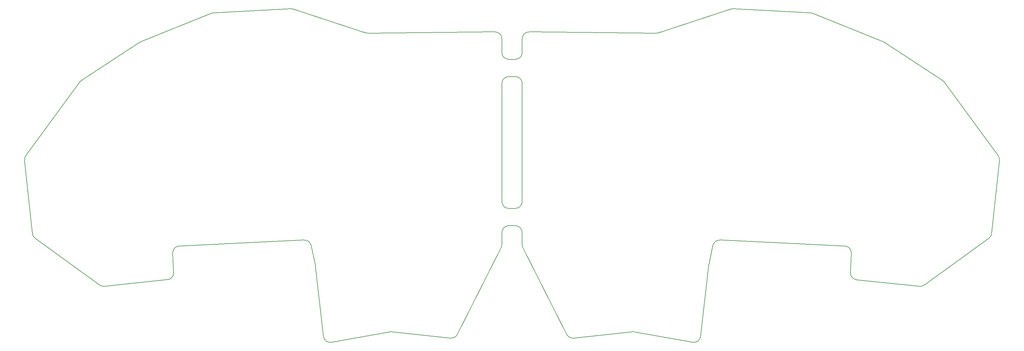
<source format=gm1>
%TF.GenerationSoftware,KiCad,Pcbnew,7.0.9*%
%TF.CreationDate,2024-02-19T09:25:45+08:00*%
%TF.ProjectId,ascend,61736365-6e64-42e6-9b69-6361645f7063,v1.2*%
%TF.SameCoordinates,Original*%
%TF.FileFunction,Profile,NP*%
%FSLAX46Y46*%
G04 Gerber Fmt 4.6, Leading zero omitted, Abs format (unit mm)*
G04 Created by KiCad (PCBNEW 7.0.9) date 2024-02-19 09:25:45*
%MOMM*%
%LPD*%
G01*
G04 APERTURE LIST*
%TA.AperFunction,Profile*%
%ADD10C,0.150000*%
%TD*%
G04 APERTURE END LIST*
D10*
X216320930Y-105797770D02*
G75*
G03*
X214300478Y-103797874I-2000030J-30D01*
G01*
X162131543Y-171368627D02*
X160962892Y-165841942D01*
X111554779Y-106643850D02*
G75*
G03*
X111208096Y-106824862I747921J-1854950D01*
G01*
X94271336Y-117899992D02*
X111208095Y-106824861D01*
X222220885Y-165600589D02*
X222220885Y-162077257D01*
X222220885Y-109777257D02*
X222220885Y-105797770D01*
X306445101Y-98365854D02*
G75*
G03*
X305801885Y-98223490I-747901J-1854846D01*
G01*
X120778992Y-168063478D02*
X121037173Y-173691680D01*
X235139843Y-191640325D02*
X222435886Y-166502684D01*
X119248327Y-175772334D02*
G75*
G03*
X121037173Y-173691680I-208927J1988934D01*
G01*
X184167348Y-190915219D02*
G75*
G03*
X183603265Y-190936028I-209048J-1989081D01*
G01*
X283540261Y-97056807D02*
X305801885Y-98223489D01*
X306445104Y-98365847D02*
X326985979Y-106647873D01*
X271680144Y-193955847D02*
X254938505Y-190936028D01*
X337540575Y-177694374D02*
G75*
G03*
X338922422Y-177325361I209025J1989074D01*
G01*
X132739884Y-98223472D02*
G75*
G03*
X132096666Y-98365847I104716J-1997228D01*
G01*
X235139791Y-191640351D02*
G75*
G03*
X237133899Y-192727274I1785009J902151D01*
G01*
X276379857Y-171555620D02*
X274022273Y-192214379D01*
X218320885Y-111777257D02*
X220220885Y-111777257D01*
X327332660Y-106828888D02*
G75*
G03*
X326985980Y-106647873I-1094560J-1673812D01*
G01*
X132739885Y-98223489D02*
X155001509Y-97056807D01*
X176806969Y-104074175D02*
G75*
G03*
X177451277Y-104173885I623931J1900175D01*
G01*
X337540577Y-177694353D02*
X319292427Y-175776396D01*
X220220885Y-160077257D02*
X218320885Y-160077257D01*
X261090494Y-104173887D02*
G75*
G03*
X261734805Y-104074186I20406J1999887D01*
G01*
X261734805Y-104074186D02*
X282811685Y-97153870D01*
X224241292Y-103797889D02*
G75*
G03*
X222220885Y-105797770I-20392J-1999911D01*
G01*
X99618335Y-177321337D02*
X80827752Y-163718454D01*
X119248331Y-175772373D02*
X101000181Y-177690330D01*
X80011467Y-162307462D02*
G75*
G03*
X80827751Y-163718454I1988833J208962D01*
G01*
X317503585Y-173695703D02*
X317761766Y-168067501D01*
X271680152Y-193955803D02*
G75*
G03*
X274022272Y-192214380I355048J1968203D01*
G01*
X158910292Y-164253931D02*
X122682036Y-165974080D01*
X216105888Y-166502685D02*
G75*
G03*
X216320885Y-165600588I-1784988J902085D01*
G01*
X80011496Y-162307459D02*
X77781312Y-141088665D01*
X357712998Y-163722468D02*
G75*
G03*
X358529260Y-162311483I-1172798J1620068D01*
G01*
X164519488Y-192214380D02*
G75*
G03*
X166861625Y-193955848I1987112J226780D01*
G01*
X160962928Y-165841934D02*
G75*
G03*
X158911306Y-164257955I-1956728J-413766D01*
G01*
X216320885Y-153077257D02*
X216320885Y-118777257D01*
X344788690Y-118396589D02*
X360384246Y-139702316D01*
X220220885Y-155077285D02*
G75*
G03*
X222220885Y-153077257I15J1999985D01*
G01*
X78156512Y-139698293D02*
X93752068Y-118392566D01*
X222220892Y-165600589D02*
G75*
G03*
X222435886Y-166502685I2000008J-11D01*
G01*
X177451276Y-104173886D02*
X214300478Y-103797874D01*
X111554779Y-106643849D02*
X132095654Y-98361824D01*
X327332663Y-106828884D02*
X344269421Y-117904015D01*
X357713005Y-163722477D02*
X338922423Y-177325361D01*
X216320943Y-109777257D02*
G75*
G03*
X218320885Y-111777257I1999957J-43D01*
G01*
X317503649Y-173695706D02*
G75*
G03*
X319292427Y-175776396I1997851J-91694D01*
G01*
X222220885Y-118777257D02*
X222220885Y-153077257D01*
X220220885Y-111777285D02*
G75*
G03*
X222220885Y-109777257I15J1999985D01*
G01*
X164519497Y-192214379D02*
X162161913Y-171555620D01*
X216105884Y-166502684D02*
X203401927Y-191640325D01*
X222220943Y-118777257D02*
G75*
G03*
X220220885Y-116777257I-2000043J-43D01*
G01*
X216320885Y-162077257D02*
X216320885Y-165600589D01*
X224241292Y-103797874D02*
X261090494Y-104173886D01*
X216320943Y-153077257D02*
G75*
G03*
X218320885Y-155077257I1999957J-43D01*
G01*
X99618348Y-177321319D02*
G75*
G03*
X101000180Y-177690330I1172752J1619819D01*
G01*
X283540261Y-97056800D02*
G75*
G03*
X282811685Y-97153871I-104661J-1997200D01*
G01*
X216320885Y-105797770D02*
X216320885Y-109777257D01*
X218320885Y-160077285D02*
G75*
G03*
X216320885Y-162077257I15J-2000015D01*
G01*
X254374422Y-190915221D02*
X237133900Y-192727273D01*
X279630465Y-164257962D02*
G75*
G03*
X277578878Y-165841941I-94865J-1997738D01*
G01*
X277578878Y-165841942D02*
X276410227Y-171368627D01*
X218320885Y-116777257D02*
X220220885Y-116777257D01*
X317761847Y-168067505D02*
G75*
G03*
X315858722Y-165978103I-1997947J91605D01*
G01*
X155730087Y-97153863D02*
G75*
G03*
X155001509Y-97056808I-623887J-1900237D01*
G01*
X155730085Y-97153870D02*
X176806965Y-104074186D01*
X78156531Y-139698307D02*
G75*
G03*
X77781313Y-141088665I1613669J-1181293D01*
G01*
X360759423Y-141092687D02*
G75*
G03*
X360384245Y-139702316I-1989023J209087D01*
G01*
X276410225Y-171368627D02*
G75*
G03*
X276379857Y-171555621I1956975J-413773D01*
G01*
X122682035Y-165974051D02*
G75*
G03*
X120778993Y-168063478I94965J-1997849D01*
G01*
X315858722Y-165978103D02*
X279630465Y-164257955D01*
X254938506Y-190936022D02*
G75*
G03*
X254374422Y-190915221I-355006J-1968278D01*
G01*
X94271340Y-117899998D02*
G75*
G03*
X93752067Y-118392566I1094660J-1674002D01*
G01*
X220220885Y-155077257D02*
X218320885Y-155077257D01*
X218320885Y-116777285D02*
G75*
G03*
X216320885Y-118777257I15J-2000015D01*
G01*
X222220943Y-162077257D02*
G75*
G03*
X220220885Y-160077257I-2000043J-43D01*
G01*
X162161910Y-171555620D02*
G75*
G03*
X162131542Y-171368626I-1987310J-226780D01*
G01*
X360759446Y-141092689D02*
X358529261Y-162311482D01*
X344788700Y-118396582D02*
G75*
G03*
X344269421Y-117904016I-1613800J-1181318D01*
G01*
X201407869Y-192727283D02*
G75*
G03*
X203401925Y-191640325I209031J1989083D01*
G01*
X201407870Y-192727273D02*
X184167348Y-190915221D01*
X183603265Y-190936028D02*
X166861626Y-193955847D01*
M02*

</source>
